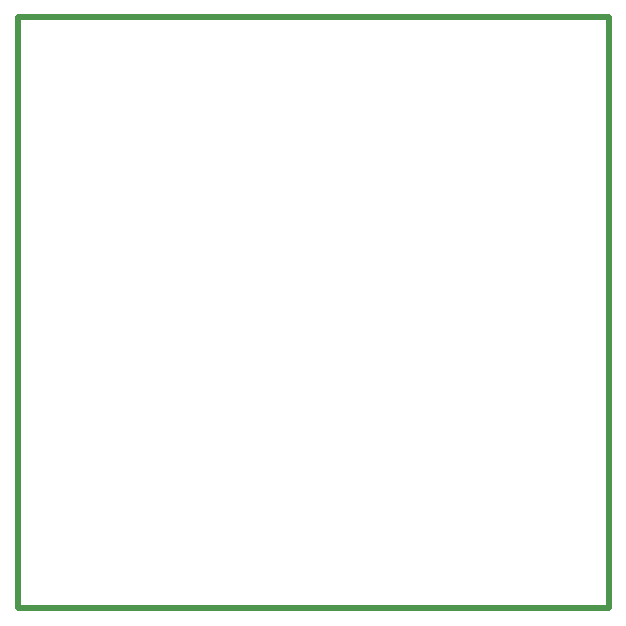
<source format=gko>
G04 Layer_Color=16711935*
%FSLAX23Y23*%
%MOIN*%
G70*
G01*
G75*
%ADD80C,0.020*%
D80*
X0Y1969D02*
X1969D01*
Y0D02*
Y1969D01*
X0Y0D02*
X1969D01*
X0D02*
Y1969D01*
M02*

</source>
